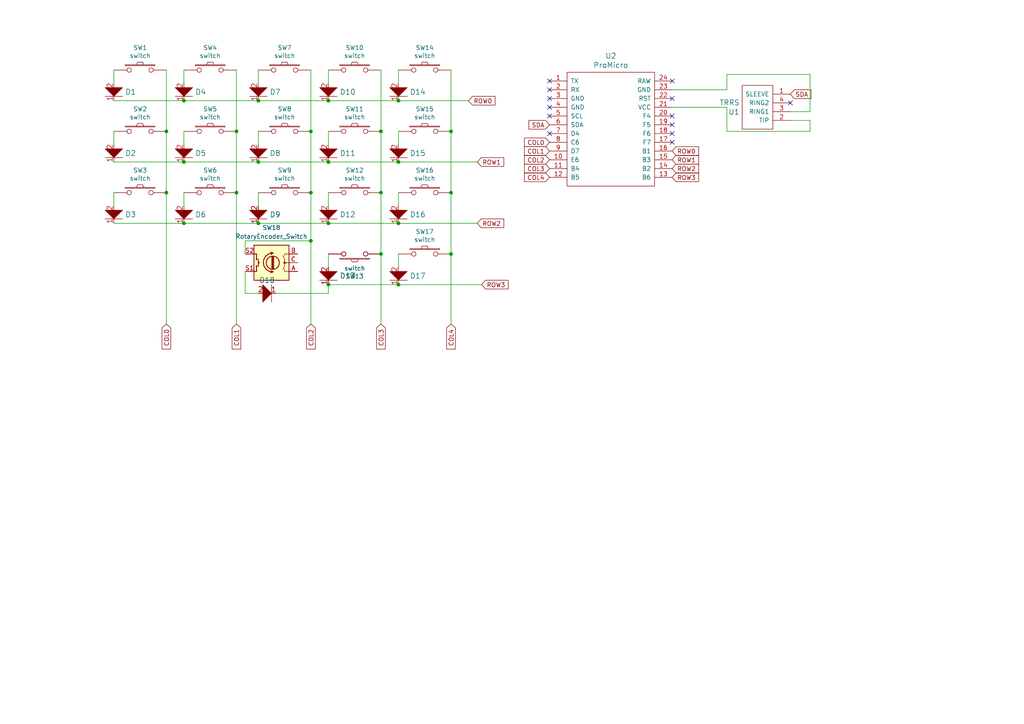
<source format=kicad_sch>
(kicad_sch (version 20211123) (generator eeschema)
  (paper "A4")
  (lib_symbols
    (symbol "Device:RotaryEncoder_Switch" (pin_names (offset 0.254) hide)
      (property "Reference" "SW" (at 0 6.604 0))
      (property "Value" "RotaryEncoder_Switch" (at 0 -6.604 0))
      (symbol "RotaryEncoder_Switch_0_1"
        (rectangle (start -5.08 5.08) (end 5.08 -5.08) (stroke (width 0.254)) (fill (type background)))
        (circle (center -3.81 0) (radius 0.254) (fill (type outline)))
        (arc (start -0.381 -2.794) (mid 2.3622 -0.0508) (end -0.381 2.667) (stroke (width 0.254)))
        (circle (center -0.381 0) (radius 1.905) (stroke (width 0.254)))
        (polyline (pts (xy -0.635 -1.778) (xy -0.635 1.778)) (stroke (width 0.254)))
        (polyline (pts (xy -0.381 -1.778) (xy -0.381 1.778)) (stroke (width 0.254)))
        (polyline (pts (xy -0.127 1.778) (xy -0.127 -1.778)) (stroke (width 0.254)))
        (polyline (pts (xy 3.81 0) (xy 3.429 0)) (stroke (width 0.254)))
        (polyline (pts (xy 3.81 1.016) (xy 3.81 -1.016)) (stroke (width 0.254)))
        (polyline (pts (xy -5.08 -2.54) (xy -3.81 -2.54) (xy -3.81 -2.032)))
        (polyline (pts (xy -5.08 2.54) (xy -3.81 2.54) (xy -3.81 2.032)))
        (polyline (pts (xy 0.254 -3.048) (xy -0.508 -2.794) (xy 0.127 -2.413)) (stroke (width 0.254)))
        (polyline (pts (xy 0.254 2.921) (xy -0.508 2.667) (xy 0.127 2.286)) (stroke (width 0.254)))
        (polyline (pts (xy 5.08 -2.54) (xy 4.318 -2.54) (xy 4.318 -1.016)) (stroke (width 0.254)))
        (polyline (pts (xy 5.08 2.54) (xy 4.318 2.54) (xy 4.318 1.016)) (stroke (width 0.254)))
        (polyline (pts (xy -5.08 0) (xy -3.81 0) (xy -3.81 -1.016) (xy -3.302 -2.032)))
        (polyline (pts (xy -4.318 0) (xy -3.81 0) (xy -3.81 1.016) (xy -3.302 2.032)))
        (circle (center 4.318 -1.016) (radius 0.127) (stroke (width 0.254)))
        (circle (center 4.318 1.016) (radius 0.127) (stroke (width 0.254)))
      )
      (symbol "RotaryEncoder_Switch_1_1"
        (pin passive line (at -7.62 2.54 0) (length 2.54) (name "A") (number "A"))
        (pin passive line (at -7.62 -2.54 0) (length 2.54) (name "B") (number "B"))
        (pin passive line (at -7.62 0 0) (length 2.54) (name "C") (number "C"))
        (pin passive line (at 7.62 2.54 180) (length 2.54) (name "S1") (number "S1"))
        (pin passive line (at 7.62 -2.54 180) (length 2.54) (name "S2") (number "S2"))
      )
    )
    (symbol "squiggle:diode" (pin_names (offset 1.016))
      (property "Reference" "diode" (at -3.81 -1.27 90))
      (symbol "diode_0_1"
        (polyline (pts (xy -2.54 0) (xy 2.54 0)))
        (polyline (pts (xy 0 0) (xy -2.54 -2.54) (xy 2.54 -2.54) (xy 0 0)) (fill (type outline)))
      )
      (symbol "diode_1_1"
        (pin passive line (at 0 1.27 270) (length 1.27) (name "~") (number "1"))
        (pin passive line (at 0 -3.81 90) (length 1.27) (name "~") (number "2"))
      )
    )
    (symbol "squiggle:promicro" (pin_names (offset 1.016))
      (property "Reference" "U" (at 0 24.13 0))
      (property "Value" "promicro" (at 0 -13.97 0))
      (symbol "promicro_0_1"
        (rectangle (start -12.7 21.59) (end 12.7 -11.43))
      )
      (symbol "promicro_1_1"
        (pin bidirectional line (at -17.78 19.05 0) (length 5.08) (name "TX") (number "1"))
        (pin bidirectional line (at -17.78 -3.81 0) (length 5.08) (name "E6") (number "10"))
        (pin bidirectional line (at -17.78 -6.35 0) (length 5.08) (name "B4") (number "11"))
        (pin bidirectional line (at -17.78 -8.89 0) (length 5.08) (name "B5") (number "12"))
        (pin bidirectional line (at 17.78 -8.89 180) (length 5.08) (name "B6") (number "13"))
        (pin bidirectional line (at 17.78 -6.35 180) (length 5.08) (name "B2") (number "14"))
        (pin bidirectional line (at 17.78 -3.81 180) (length 5.08) (name "B3") (number "15"))
        (pin bidirectional line (at 17.78 -1.27 180) (length 5.08) (name "B1") (number "16"))
        (pin bidirectional line (at 17.78 1.27 180) (length 5.08) (name "F7") (number "17"))
        (pin bidirectional line (at 17.78 3.81 180) (length 5.08) (name "F6") (number "18"))
        (pin bidirectional line (at 17.78 6.35 180) (length 5.08) (name "F5") (number "19"))
        (pin bidirectional line (at -17.78 16.51 0) (length 5.08) (name "RX") (number "2"))
        (pin bidirectional line (at 17.78 8.89 180) (length 5.08) (name "F4") (number "20"))
        (pin power_in line (at 17.78 11.43 180) (length 5.08) (name "VCC") (number "21"))
        (pin input line (at 17.78 13.97 180) (length 5.08) (name "RST") (number "22"))
        (pin power_in line (at 17.78 16.51 180) (length 5.08) (name "GND") (number "23"))
        (pin power_out line (at 17.78 19.05 180) (length 5.08) (name "RAW") (number "24"))
        (pin power_in line (at -17.78 13.97 0) (length 5.08) (name "GND") (number "3"))
        (pin power_in line (at -17.78 11.43 0) (length 5.08) (name "GND") (number "4"))
        (pin bidirectional line (at -17.78 8.89 0) (length 5.08) (name "SCL") (number "5"))
        (pin bidirectional line (at -17.78 6.35 0) (length 5.08) (name "SDA") (number "6"))
        (pin bidirectional line (at -17.78 3.81 0) (length 5.08) (name "D4") (number "7"))
        (pin bidirectional line (at -17.78 1.27 0) (length 5.08) (name "C6") (number "8"))
        (pin bidirectional line (at -17.78 -1.27 0) (length 5.08) (name "D7") (number "9"))
      )
    )
    (symbol "squiggle:switch" (pin_numbers hide) (pin_names (offset 1.016) hide)
      (property "Reference" "switch" (at 3.81 2.794 0))
      (property "Value" "switch" (at 0 -2.032 0))
      (symbol "switch_0_1"
        (rectangle (start -4.318 1.27) (end 4.318 1.524))
        (polyline (pts (xy -1.016 1.524) (xy -0.762 2.286) (xy 0.762 2.286) (xy 1.016 1.524)))
        (pin passive inverted (at -7.62 0 0) (length 5.08) (name "1") (number "1"))
        (pin passive inverted (at 7.62 0 180) (length 5.08) (name "2") (number "2"))
      )
    )
    (symbol "squiggle:trrs" (pin_names (offset 1.016))
      (property "Reference" "U" (at 0 15.24 0))
      (property "Value" "trrs" (at 0 -2.54 0))
      (symbol "trrs_0_1"
        (rectangle (start -3.81 0) (end -3.81 12.7))
        (rectangle (start -3.81 12.7) (end 5.08 12.7))
        (rectangle (start 5.08 0) (end -3.81 0))
        (rectangle (start 5.08 12.7) (end 5.08 0))
      )
      (symbol "trrs_1_1"
        (pin input line (at -8.89 2.54 0) (length 5.08) (name "SLEEVE") (number "1"))
        (pin input line (at -8.89 10.16 0) (length 5.08) (name "TIP") (number "2"))
        (pin input line (at -8.89 7.62 0) (length 5.08) (name "RING1") (number "3"))
        (pin input line (at -8.89 5.08 0) (length 5.08) (name "RING2") (number "4"))
      )
    )
  )
  (junction (at 110.49 73.66))
  (junction (at 115.57 64.77))
  (junction (at 48.26 38.1))
  (junction (at 130.81 73.66))
  (junction (at 115.57 46.99))
  (junction (at 110.49 55.88))
  (junction (at 48.26 55.88))
  (junction (at 95.25 29.21))
  (junction (at 90.17 38.1))
  (junction (at 95.25 64.77))
  (junction (at 74.93 29.21))
  (junction (at 53.34 46.99))
  (junction (at 68.58 38.1))
  (junction (at 53.34 29.21))
  (junction (at 95.25 46.99))
  (junction (at 115.57 82.55))
  (junction (at 130.81 55.88))
  (junction (at 115.57 29.21))
  (junction (at 74.93 46.99))
  (junction (at 95.25 82.55))
  (junction (at 130.81 38.1))
  (junction (at 68.58 55.88))
  (junction (at 90.17 69.85))
  (junction (at 110.49 38.1))
  (junction (at 53.34 64.77))
  (junction (at 90.17 55.88))
  (junction (at 74.93 64.77))
  (no_connect (at 159.385 31.115))
  (no_connect (at 194.945 41.275))
  (no_connect (at 159.385 23.495))
  (no_connect (at 159.385 26.035))
  (no_connect (at 194.945 38.735))
  (no_connect (at 159.385 38.735))
  (no_connect (at 194.945 33.655))
  (no_connect (at 159.385 28.575))
  (no_connect (at 159.385 33.655))
  (no_connect (at 194.945 36.195))
  (no_connect (at 194.945 28.575))
  (no_connect (at 194.9958 23.495))
  (no_connect (at 229.235 29.845))
  (wire (pts (xy 234.95 32.385) (xy 229.235 32.385)))
  (wire (pts (xy 53.34 29.21) (xy 74.93 29.21)))
  (wire (pts (xy 48.26 55.88) (xy 48.26 93.98)))
  (wire (pts (xy 115.57 64.77) (xy 138.43 64.77)))
  (wire (pts (xy 33.02 64.77) (xy 53.34 64.77)))
  (wire (pts (xy 71.12 85.09) (xy 74.93 85.09)))
  (wire (pts (xy 74.93 29.21) (xy 95.25 29.21)))
  (wire (pts (xy 90.17 20.32) (xy 90.17 38.1)))
  (wire (pts (xy 115.57 46.99) (xy 138.43 46.99)))
  (wire (pts (xy 115.57 73.66) (xy 115.57 77.47)))
  (wire (pts (xy 210.82 26.035) (xy 210.82 21.59)))
  (wire (pts (xy 130.81 20.32) (xy 130.81 38.1)))
  (wire (pts (xy 95.25 46.99) (xy 115.57 46.99)))
  (wire (pts (xy 95.25 85.09) (xy 95.25 82.55)))
  (wire (pts (xy 53.34 46.99) (xy 74.93 46.99)))
  (wire (pts (xy 80.01 85.09) (xy 95.25 85.09)))
  (wire (pts (xy 210.82 31.115) (xy 210.82 38.1)))
  (wire (pts (xy 115.57 29.21) (xy 135.89 29.21)))
  (wire (pts (xy 53.34 55.88) (xy 53.34 59.69)))
  (wire (pts (xy 74.93 46.99) (xy 95.25 46.99)))
  (wire (pts (xy 71.12 73.66) (xy 71.12 69.85)))
  (wire (pts (xy 90.17 38.1) (xy 90.17 55.88)))
  (wire (pts (xy 115.57 38.1) (xy 115.57 41.91)))
  (wire (pts (xy 90.17 55.88) (xy 90.17 69.85)))
  (wire (pts (xy 95.25 20.32) (xy 95.25 24.13)))
  (wire (pts (xy 33.02 46.99) (xy 53.34 46.99)))
  (wire (pts (xy 110.49 38.1) (xy 110.49 55.88)))
  (wire (pts (xy 48.26 20.32) (xy 48.26 38.1)))
  (wire (pts (xy 95.25 29.21) (xy 115.57 29.21)))
  (wire (pts (xy 115.57 82.55) (xy 139.7 82.55)))
  (wire (pts (xy 74.93 20.32) (xy 74.93 24.13)))
  (wire (pts (xy 74.93 38.1) (xy 74.93 41.91)))
  (wire (pts (xy 48.26 38.1) (xy 48.26 55.88)))
  (wire (pts (xy 115.57 55.88) (xy 115.57 59.69)))
  (wire (pts (xy 95.25 82.55) (xy 115.57 82.55)))
  (wire (pts (xy 71.12 78.74) (xy 71.12 85.09)))
  (wire (pts (xy 33.02 29.21) (xy 53.34 29.21)))
  (wire (pts (xy 90.17 69.85) (xy 90.17 93.98)))
  (wire (pts (xy 74.93 64.77) (xy 95.25 64.77)))
  (wire (pts (xy 53.34 38.1) (xy 53.34 41.91)))
  (wire (pts (xy 234.95 21.59) (xy 234.95 32.385)))
  (wire (pts (xy 33.02 38.1) (xy 33.02 41.91)))
  (wire (pts (xy 95.25 55.88) (xy 95.25 59.69)))
  (wire (pts (xy 53.34 64.77) (xy 74.93 64.77)))
  (wire (pts (xy 234.95 38.1) (xy 234.95 34.925)))
  (wire (pts (xy 95.25 38.1) (xy 95.25 41.91)))
  (wire (pts (xy 53.34 20.32) (xy 53.34 24.13)))
  (wire (pts (xy 210.82 38.1) (xy 234.95 38.1)))
  (wire (pts (xy 130.81 73.66) (xy 130.81 93.98)))
  (wire (pts (xy 68.58 38.1) (xy 68.58 55.88)))
  (wire (pts (xy 234.95 34.925) (xy 229.235 34.925)))
  (wire (pts (xy 110.49 73.66) (xy 110.49 93.98)))
  (wire (pts (xy 33.02 20.32) (xy 33.02 24.13)))
  (wire (pts (xy 71.12 69.85) (xy 90.17 69.85)))
  (wire (pts (xy 74.93 55.88) (xy 74.93 59.69)))
  (wire (pts (xy 68.58 20.32) (xy 68.58 38.1)))
  (wire (pts (xy 95.25 73.66) (xy 95.25 77.47)))
  (wire (pts (xy 115.57 20.32) (xy 115.57 24.13)))
  (wire (pts (xy 110.49 20.32) (xy 110.49 38.1)))
  (wire (pts (xy 130.81 38.1) (xy 130.81 55.88)))
  (wire (pts (xy 110.49 55.88) (xy 110.49 73.66)))
  (wire (pts (xy 210.82 21.59) (xy 234.95 21.59)))
  (wire (pts (xy 194.945 26.035) (xy 210.82 26.035)))
  (wire (pts (xy 33.02 55.88) (xy 33.02 59.69)))
  (wire (pts (xy 95.25 64.77) (xy 115.57 64.77)))
  (wire (pts (xy 68.58 55.88) (xy 68.58 93.98)))
  (wire (pts (xy 130.81 55.88) (xy 130.81 73.66)))
  (wire (pts (xy 194.945 31.115) (xy 210.82 31.115)))
  (global_label "ROW3" (shape input) (at 194.945 51.435 0) (property "Intersheet References" "${INTERSHEET_REFS}" (effects hide)))
  (global_label "COL2" (shape input) (at 90.17 93.98 270) (property "Intersheet References" "${INTERSHEET_REFS}" (effects hide)))
  (global_label "COL0" (shape input) (at 159.385 41.275 180) (property "Intersheet References" "${INTERSHEET_REFS}" (effects hide)))
  (global_label "ROW0" (shape input) (at 135.89 29.21 0) (property "Intersheet References" "${INTERSHEET_REFS}" (effects hide)))
  (global_label "SDA" (shape input) (at 229.235 27.305 0) (property "Intersheet References" "${INTERSHEET_REFS}" (effects hide)))
  (global_label "ROW2" (shape input) (at 194.945 48.895 0) (property "Intersheet References" "${INTERSHEET_REFS}" (effects hide)))
  (global_label "COL3" (shape input) (at 159.385 48.895 180) (property "Intersheet References" "${INTERSHEET_REFS}" (effects hide)))
  (global_label "ROW3" (shape input) (at 139.7 82.55 0) (property "Intersheet References" "${INTERSHEET_REFS}" (effects hide)))
  (global_label "COL1" (shape input) (at 68.58 93.98 270) (property "Intersheet References" "${INTERSHEET_REFS}" (effects hide)))
  (global_label "SDA" (shape input) (at 159.385 36.195 180) (property "Intersheet References" "${INTERSHEET_REFS}" (effects hide)))
  (global_label "ROW2" (shape input) (at 138.43 64.77 0) (property "Intersheet References" "${INTERSHEET_REFS}" (effects hide)))
  (global_label "COL4" (shape input) (at 159.385 51.435 180) (property "Intersheet References" "${INTERSHEET_REFS}" (effects hide)))
  (global_label "COL1" (shape input) (at 159.385 43.815 180) (property "Intersheet References" "${INTERSHEET_REFS}" (effects hide)))
  (global_label "ROW1" (shape input) (at 138.43 46.99 0) (property "Intersheet References" "${INTERSHEET_REFS}" (effects hide)))
  (global_label "COL3" (shape input) (at 110.49 93.98 270) (property "Intersheet References" "${INTERSHEET_REFS}" (effects hide)))
  (global_label "ROW1" (shape input) (at 194.945 46.355 0) (property "Intersheet References" "${INTERSHEET_REFS}" (effects hide)))
  (global_label "COL4" (shape input) (at 130.81 93.98 270) (property "Intersheet References" "${INTERSHEET_REFS}" (effects hide)))
  (global_label "COL2" (shape input) (at 159.385 46.355 180) (property "Intersheet References" "${INTERSHEET_REFS}" (effects hide)))
  (global_label "ROW0" (shape input) (at 194.945 43.815 0) (property "Intersheet References" "${INTERSHEET_REFS}" (effects hide)))
  (global_label "COL0" (shape input) (at 48.26 93.98 270) (property "Intersheet References" "${INTERSHEET_REFS}" (effects hide)))
  (symbol (lib_id "squiggle:promicro") (at 177.165 42.545 0) (unit 1)
    (property "Reference" "U2" (at 177.165 16.2052 0) (effects (font (size 1.524 1.524))))
    (property "Value" "ProMicro" (at 177.165 18.8976 0) (effects (font (size 1.524 1.524))))
    (property "Footprint" "footprints:promicro" (effects hide))
  )
  (symbol (lib_id "squiggle:trrs") (at 220.345 24.765 180) (unit 1)
    (property "Reference" "U1" (at 214.5538 32.4612 0) (effects (font (size 1.524 1.524)) (justify left)))
    (property "Value" "TRRS" (at 214.5538 29.7688 0) (effects (font (size 1.524 1.524)) (justify left)))
    (property "Footprint" "footprints:trrs" (effects hide))
  )
  (symbol (lib_id "squiggle:switch") (at 40.64 20.32 0) (unit 1)
    (property "Reference" "SW1" (at 40.64 13.843 0))
    (property "Value" "switch" (at 40.64 16.1544 0))
    (property "Footprint" "footprints:1u-dual" (effects hide))
  )
  (symbol (lib_id "squiggle:diode") (at 33.02 27.94 180) (unit 1)
    (property "Reference" "D1" (at 36.2712 26.67 0) (effects (font (size 1.524 1.524)) (justify right)))
    (property "Value" "D" (effects hide))
    (property "Footprint" "footprints:diode" (effects hide))
  )
  (symbol (lib_id "squiggle:switch") (at 40.64 38.1 0) (unit 1)
    (property "Reference" "SW2" (at 40.64 31.623 0))
    (property "Value" "switch" (at 40.64 33.9344 0))
    (property "Footprint" "footprints:1u-dual" (effects hide))
  )
  (symbol (lib_id "squiggle:diode") (at 33.02 45.72 180) (unit 1)
    (property "Reference" "D2" (at 36.2712 44.45 0) (effects (font (size 1.524 1.524)) (justify right)))
    (property "Value" "D" (effects hide))
    (property "Footprint" "footprints:diode" (effects hide))
  )
  (symbol (lib_id "squiggle:switch") (at 40.64 55.88 0) (unit 1)
    (property "Reference" "SW3" (at 40.64 49.403 0))
    (property "Value" "switch" (at 40.64 51.7144 0))
    (property "Footprint" "footprints:1u-dual" (effects hide))
  )
  (symbol (lib_id "squiggle:diode") (at 33.02 63.5 180) (unit 1)
    (property "Reference" "D3" (at 36.2712 62.23 0) (effects (font (size 1.524 1.524)) (justify right)))
    (property "Value" "D" (effects hide))
    (property "Footprint" "footprints:diode" (effects hide))
  )
  (symbol (lib_id "squiggle:switch") (at 60.96 20.32 0) (unit 1)
    (property "Reference" "SW4" (at 60.96 13.843 0))
    (property "Value" "switch" (at 60.96 16.1544 0))
    (property "Footprint" "footprints:1u-dual" (effects hide))
  )
  (symbol (lib_id "squiggle:diode") (at 53.34 27.94 180) (unit 1)
    (property "Reference" "D4" (at 56.5912 26.67 0) (effects (font (size 1.524 1.524)) (justify right)))
    (property "Value" "D" (effects hide))
    (property "Footprint" "footprints:diode" (effects hide))
  )
  (symbol (lib_id "squiggle:switch") (at 60.96 38.1 0) (unit 1)
    (property "Reference" "SW5" (at 60.96 31.623 0))
    (property "Value" "switch" (at 60.96 33.9344 0))
    (property "Footprint" "footprints:1u-dual" (effects hide))
  )
  (symbol (lib_id "squiggle:diode") (at 53.34 45.72 180) (unit 1)
    (property "Reference" "D5" (at 56.5912 44.45 0) (effects (font (size 1.524 1.524)) (justify right)))
    (property "Value" "D" (effects hide))
    (property "Footprint" "footprints:diode" (effects hide))
  )
  (symbol (lib_id "squiggle:switch") (at 60.96 55.88 0) (unit 1)
    (property "Reference" "SW6" (at 60.96 49.403 0))
    (property "Value" "switch" (at 60.96 51.7144 0))
    (property "Footprint" "footprints:1u-dual" (effects hide))
  )
  (symbol (lib_id "squiggle:diode") (at 53.34 63.5 180) (unit 1)
    (property "Reference" "D6" (at 56.5912 62.23 0) (effects (font (size 1.524 1.524)) (justify right)))
    (property "Value" "D" (effects hide))
    (property "Footprint" "footprints:diode" (effects hide))
  )
  (symbol (lib_id "squiggle:switch") (at 82.55 20.32 0) (unit 1)
    (property "Reference" "SW7" (at 82.55 13.843 0))
    (property "Value" "switch" (at 82.55 16.1544 0))
    (property "Footprint" "footprints:1u-dual" (effects hide))
  )
  (symbol (lib_id "squiggle:diode") (at 74.93 27.94 180) (unit 1)
    (property "Reference" "D7" (at 78.1812 26.67 0) (effects (font (size 1.524 1.524)) (justify right)))
    (property "Value" "D" (effects hide))
    (property "Footprint" "footprints:diode" (effects hide))
  )
  (symbol (lib_id "squiggle:switch") (at 82.55 38.1 0) (unit 1)
    (property "Reference" "SW8" (at 82.55 31.623 0))
    (property "Value" "switch" (at 82.55 33.9344 0))
    (property "Footprint" "footprints:1u-dual" (effects hide))
  )
  (symbol (lib_id "squiggle:diode") (at 74.93 45.72 180) (unit 1)
    (property "Reference" "D8" (at 78.1812 44.45 0) (effects (font (size 1.524 1.524)) (justify right)))
    (property "Value" "D" (effects hide))
    (property "Footprint" "footprints:diode" (effects hide))
  )
  (symbol (lib_id "squiggle:switch") (at 82.55 55.88 0) (unit 1)
    (property "Reference" "SW9" (at 82.55 49.403 0))
    (property "Value" "switch" (at 82.55 51.7144 0))
    (property "Footprint" "footprints:1u-dual" (effects hide))
  )
  (symbol (lib_id "squiggle:diode") (at 74.93 63.5 180) (unit 1)
    (property "Reference" "D9" (at 78.1812 62.23 0) (effects (font (size 1.524 1.524)) (justify right)))
    (property "Value" "D" (effects hide))
    (property "Footprint" "footprints:diode" (effects hide))
  )
  (symbol (lib_id "squiggle:switch") (at 102.87 20.32 0) (unit 1)
    (property "Reference" "SW10" (at 102.87 13.843 0))
    (property "Value" "switch" (at 102.87 16.1544 0))
    (property "Footprint" "footprints:1u-dual" (effects hide))
  )
  (symbol (lib_id "squiggle:diode") (at 95.25 27.94 180) (unit 1)
    (property "Reference" "D10" (at 98.5012 26.67 0) (effects (font (size 1.524 1.524)) (justify right)))
    (property "Value" "D" (effects hide))
    (property "Footprint" "footprints:diode" (effects hide))
  )
  (symbol (lib_id "squiggle:switch") (at 102.87 38.1 0) (unit 1)
    (property "Reference" "SW11" (at 102.87 31.623 0))
    (property "Value" "switch" (at 102.87 33.9344 0))
    (property "Footprint" "footprints:1u-dual" (effects hide))
  )
  (symbol (lib_id "squiggle:diode") (at 95.25 45.72 180) (unit 1)
    (property "Reference" "D11" (at 98.5012 44.45 0) (effects (font (size 1.524 1.524)) (justify right)))
    (property "Value" "D" (effects hide))
    (property "Footprint" "footprints:diode" (effects hide))
  )
  (symbol (lib_id "squiggle:switch") (at 102.87 55.88 0) (unit 1)
    (property "Reference" "SW12" (at 102.87 49.403 0))
    (property "Value" "switch" (at 102.87 51.7144 0))
    (property "Footprint" "footprints:1u-dual" (effects hide))
  )
  (symbol (lib_id "squiggle:diode") (at 95.25 63.5 180) (unit 1)
    (property "Reference" "D12" (at 98.5012 62.23 0) (effects (font (size 1.524 1.524)) (justify right)))
    (property "Value" "D" (effects hide))
    (property "Footprint" "footprints:diode" (effects hide))
  )
  (symbol (lib_id "squiggle:switch") (at 102.87 73.66 180) (unit 1)
    (property "Reference" "SW13" (at 102.87 80.137 0))
    (property "Value" "switch" (at 102.87 77.8256 0))
    (property "Footprint" "footprints:2u-dual" (effects hide))
  )
  (symbol (lib_id "squiggle:diode") (at 95.25 81.28 180) (unit 1)
    (property "Reference" "D13" (at 98.5012 80.01 0) (effects (font (size 1.524 1.524)) (justify right)))
    (property "Value" "D" (effects hide))
    (property "Footprint" "footprints:diode" (effects hide))
  )
  (symbol (lib_id "squiggle:switch") (at 123.19 20.32 0) (unit 1)
    (property "Reference" "SW14" (at 123.19 13.843 0))
    (property "Value" "switch" (at 123.19 16.1544 0))
    (property "Footprint" "footprints:1u-dual" (effects hide))
  )
  (symbol (lib_id "squiggle:diode") (at 115.57 27.94 180) (unit 1)
    (property "Reference" "D14" (at 118.8212 26.67 0) (effects (font (size 1.524 1.524)) (justify right)))
    (property "Value" "D" (effects hide))
    (property "Footprint" "footprints:diode" (effects hide))
  )
  (symbol (lib_id "squiggle:switch") (at 123.19 38.1 0) (unit 1)
    (property "Reference" "SW15" (at 123.19 31.623 0))
    (property "Value" "switch" (at 123.19 33.9344 0))
    (property "Footprint" "footprints:1u-dual" (effects hide))
  )
  (symbol (lib_id "squiggle:diode") (at 115.57 45.72 180) (unit 1)
    (property "Reference" "D15" (at 118.8212 44.45 0) (effects (font (size 1.524 1.524)) (justify right)))
    (property "Value" "D" (effects hide))
    (property "Footprint" "footprints:diode" (effects hide))
  )
  (symbol (lib_id "squiggle:switch") (at 123.19 55.88 0) (unit 1)
    (property "Reference" "SW16" (at 123.19 49.403 0))
    (property "Value" "switch" (at 123.19 51.7144 0))
    (property "Footprint" "footprints:1u-dual" (effects hide))
  )
  (symbol (lib_id "squiggle:diode") (at 115.57 63.5 180) (unit 1)
    (property "Reference" "D16" (at 118.8212 62.23 0) (effects (font (size 1.524 1.524)) (justify right)))
    (property "Value" "D" (effects hide))
    (property "Footprint" "footprints:diode" (effects hide))
  )
  (symbol (lib_id "squiggle:switch") (at 123.19 73.66 0) (unit 1)
    (property "Reference" "SW17" (at 123.19 67.183 0))
    (property "Value" "switch" (at 123.19 69.4944 0))
    (property "Footprint" "footprints:2u-dual" (effects hide))
  )
  (symbol (lib_id "squiggle:diode") (at 115.57 81.28 180) (unit 1)
    (property "Reference" "D17" (at 118.8212 80.01 0) (effects (font (size 1.524 1.524)) (justify right)))
    (property "Value" "D" (effects hide))
    (property "Footprint" "footprints:diode" (effects hide))
  )
  (symbol (lib_id "Device:RotaryEncoder_Switch") (at 78.74 76.2 180) (unit 1)
    (property "Reference" "SW18" (at 78.74 66.04 0))
    (property "Value" "RotaryEncoder_Switch" (at 78.74 68.58 0))
  )
  (symbol (lib_id "squiggle:diode") (at 78.74 85.09 270) (unit 1)
    (property "Reference" "D18" (at 77.47 81.28 90) (effects (font (size 1.524 1.524))))
    (property "Value" "diode" (effects hide))
  )
)
</source>
